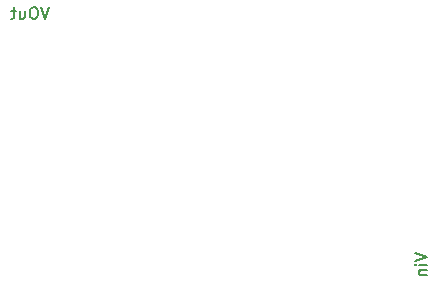
<source format=gbr>
G04 #@! TF.GenerationSoftware,KiCad,Pcbnew,(5.1.4)-1*
G04 #@! TF.CreationDate,2020-02-11T18:35:20-06:00*
G04 #@! TF.ProjectId,SensorBoard,53656e73-6f72-4426-9f61-72642e6b6963,rev?*
G04 #@! TF.SameCoordinates,Original*
G04 #@! TF.FileFunction,Other,Fab,Bot*
%FSLAX46Y46*%
G04 Gerber Fmt 4.6, Leading zero omitted, Abs format (unit mm)*
G04 Created by KiCad (PCBNEW (5.1.4)-1) date 2020-02-11 18:35:20*
%MOMM*%
%LPD*%
G04 APERTURE LIST*
%ADD10C,0.150000*%
G04 APERTURE END LIST*
D10*
X134203238Y-60690380D02*
X133869904Y-61690380D01*
X133536571Y-60690380D01*
X133012761Y-60690380D02*
X132822285Y-60690380D01*
X132727047Y-60738000D01*
X132631809Y-60833238D01*
X132584190Y-61023714D01*
X132584190Y-61357047D01*
X132631809Y-61547523D01*
X132727047Y-61642761D01*
X132822285Y-61690380D01*
X133012761Y-61690380D01*
X133108000Y-61642761D01*
X133203238Y-61547523D01*
X133250857Y-61357047D01*
X133250857Y-61023714D01*
X133203238Y-60833238D01*
X133108000Y-60738000D01*
X133012761Y-60690380D01*
X131727047Y-61023714D02*
X131727047Y-61690380D01*
X132155619Y-61023714D02*
X132155619Y-61547523D01*
X132108000Y-61642761D01*
X132012761Y-61690380D01*
X131869904Y-61690380D01*
X131774666Y-61642761D01*
X131727047Y-61595142D01*
X131393714Y-61023714D02*
X131012761Y-61023714D01*
X131250857Y-60690380D02*
X131250857Y-61547523D01*
X131203238Y-61642761D01*
X131108000Y-61690380D01*
X131012761Y-61690380D01*
X165211380Y-81506190D02*
X166211380Y-81839523D01*
X165211380Y-82172857D01*
X166211380Y-82506190D02*
X165544714Y-82506190D01*
X165211380Y-82506190D02*
X165259000Y-82458571D01*
X165306619Y-82506190D01*
X165259000Y-82553809D01*
X165211380Y-82506190D01*
X165306619Y-82506190D01*
X165544714Y-82982380D02*
X166211380Y-82982380D01*
X165639952Y-82982380D02*
X165592333Y-83030000D01*
X165544714Y-83125238D01*
X165544714Y-83268095D01*
X165592333Y-83363333D01*
X165687571Y-83410952D01*
X166211380Y-83410952D01*
M02*

</source>
